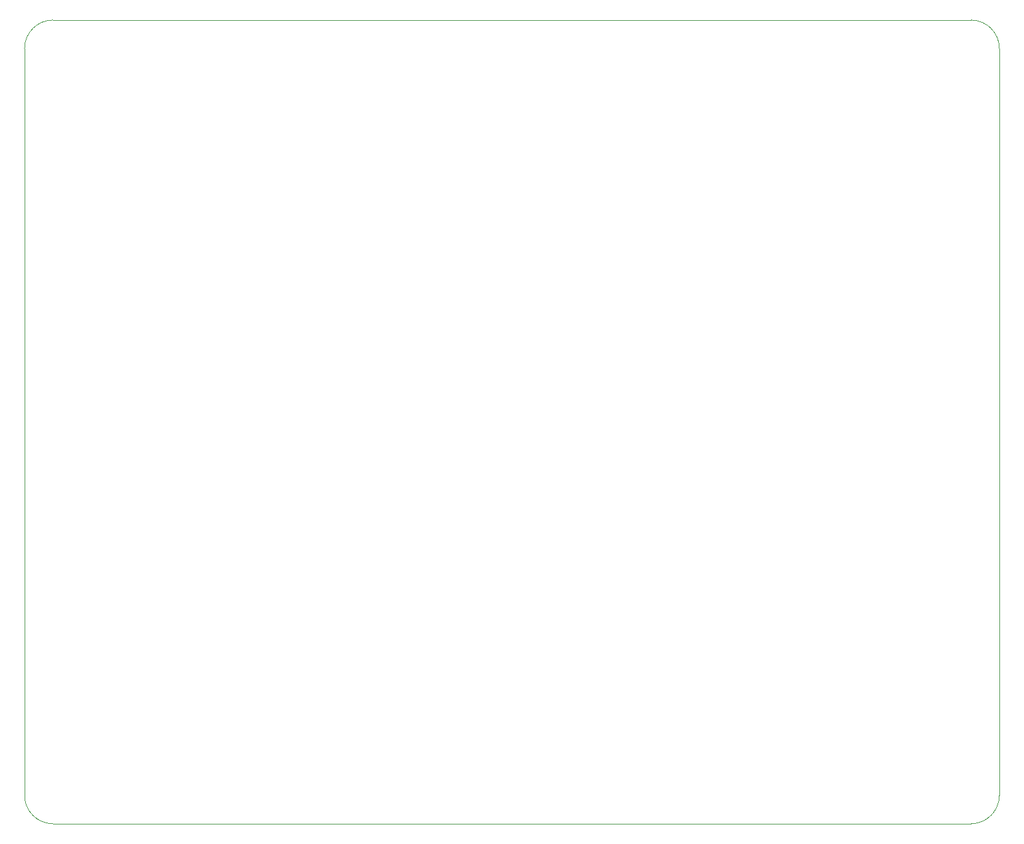
<source format=gbr>
G04 #@! TF.GenerationSoftware,KiCad,Pcbnew,(5.1.5)-3*
G04 #@! TF.CreationDate,2020-12-07T15:57:25+01:00*
G04 #@! TF.ProjectId,Jupiter,4a757069-7465-4722-9e6b-696361645f70,0.1*
G04 #@! TF.SameCoordinates,Original*
G04 #@! TF.FileFunction,Profile,NP*
%FSLAX46Y46*%
G04 Gerber Fmt 4.6, Leading zero omitted, Abs format (unit mm)*
G04 Created by KiCad (PCBNEW (5.1.5)-3) date 2020-12-07 15:57:25*
%MOMM*%
%LPD*%
G04 APERTURE LIST*
%ADD10C,0.050000*%
G04 APERTURE END LIST*
D10*
X81280000Y-26670000D02*
X204470000Y-26670000D01*
X77470000Y-130810000D02*
X77470000Y-30480000D01*
X208280000Y-30480000D02*
X208280000Y-130810000D01*
X208280000Y-30480000D02*
G75*
G03X204470000Y-26670000I-3810000J0D01*
G01*
X81280000Y-26670000D02*
G75*
G03X77470000Y-30480000I0J-3810000D01*
G01*
X204470000Y-134620000D02*
X81280000Y-134620000D01*
X81280000Y-134620000D02*
G75*
G02X77470000Y-130810000I0J3810000D01*
G01*
X208280000Y-130810000D02*
G75*
G02X204470000Y-134620000I-3810000J0D01*
G01*
M02*

</source>
